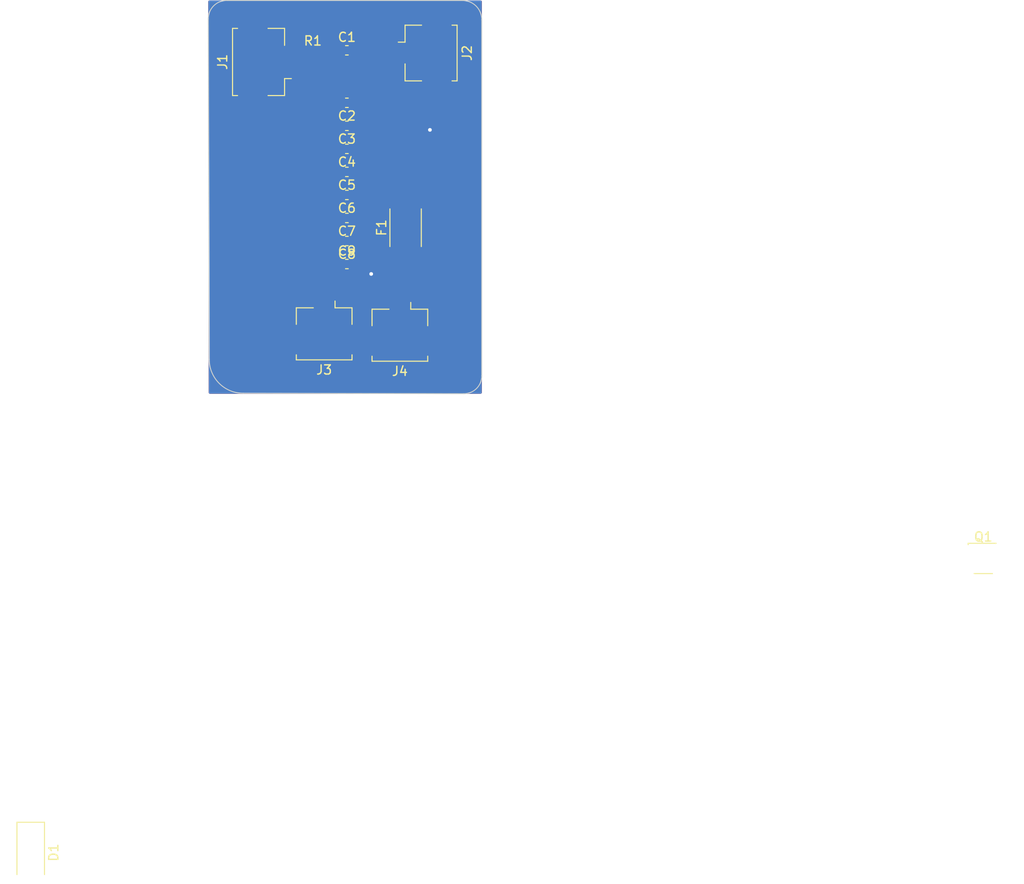
<source format=kicad_pcb>
(kicad_pcb (version 20241229) (generator "pcbnew") (generator_version "9.0")
  (title_block (title "Template") (date "2022-08-16") (rev "0.0") (company "Illini Solar Car") (comment 1 "Designed By: Your Name"))
  (layers (0 "F.Cu" signal) (2 "B.Cu" signal) (13 "F.Paste" user) (15 "B.Paste" user) (5 "F.SilkS" user "F.Silkscreen") (7 "B.SilkS" user "B.Silkscreen") (1 "F.Mask" user) (3 "B.Mask" user) (25 "Edge.Cuts" user))
  (net 0 "")
  (net 1 "GND")
  (net 2 "/HORN_CTRL")
  (net 3 "Net-(Q1B-D2)")
  (net 4 "+24V")
  (net 5 "/HORN_IN")
  (net 6 "Net-(C1-Pad1)")
  (net 7 "Net-(J2-Pin_1)")
  (net 8 "Net-(J3-Pin_1)")
  (footprint "Capacitor_SMD:C_0603_1608Metric_Pad1.08x0.95mm_HandSolder" (layer "F.Cu") (at 145.1 114.79 180)
    (property "Reference" "C6" (at 0 -1.43 0) (layer "F.SilkS"))
    (property "Value" "1uF")
    (fp_line (start -0.146267 0.51) (end 0.146267 0.51) (stroke (width 0.12)) (layer "F.SilkS"))
    (fp_line (start -0.146267 -0.51) (end 0.146267 -0.51) (stroke (width 0.12)) (layer "F.SilkS"))
    (pad "1" smd roundrect (at -0.8625 0 180) (size 1.075 0.95) (layers "F.Cu" "F.Mask" "F.Paste") (net 1 "GND"))
    (pad "2" smd roundrect (at 0.8625 0 180) (size 1.075 0.95) (layers "F.Cu" "F.Mask" "F.Paste") (net 4 "+24V"))
  )
  (footprint "Connector_Molex:Molex_CLIK-Mate_502382-0270_1x02-1MP_P1.25mm_Vertical" (layer "F.Cu") (at 142.625 129.15 180)
    (property "Reference" "J3" (at 0 -4.7 0) (layer "F.SilkS"))
    (property "Value" "Conn_01x02")
    (fp_line (start 3.035 2.06) (end 1.185 2.06) (stroke (width 0.12)) (layer "F.SilkS"))
    (fp_line (start 3.035 0.26) (end 3.035 2.06) (stroke (width 0.12)) (layer "F.SilkS"))
    (fp_line (start 3.035 -3.61) (end 3.035 -3.06) (stroke (width 0.12)) (layer "F.SilkS"))
    (fp_line (start -1.185 2.06) (end -1.185 2.8) (stroke (width 0.12)) (layer "F.SilkS"))
    (fp_line (start -3.035 2.06) (end -1.185 2.06) (stroke (width 0.12)) (layer "F.SilkS"))
    (fp_line (start -3.035 0.26) (end -3.035 2.06) (stroke (width 0.12)) (layer "F.SilkS"))
    (fp_line (start -3.035 -3.06) (end -3.035 -3.61) (stroke (width 0.12)) (layer "F.SilkS"))
    (fp_line (start -3.035 -3.61) (end 3.035 -3.61) (stroke (width 0.12)) (layer "F.SilkS"))
    (pad "1" smd roundrect (at -0.625 1.95 180) (size 0.6 1.7) (layers "F.Cu" "F.Mask" "F.Paste") (net 8 "Net-(J3-Pin_1)"))
    (pad "2" smd roundrect (at 0.625 1.95 180) (size 0.6 1.7) (layers "F.Cu" "F.Mask" "F.Paste") (net 4 "+24V"))
    (pad "MP" smd roundrect (at -2.475 -1.4 180) (size 1 2.8) (layers "F.Cu" "F.Mask" "F.Paste"))
    (pad "MP" smd roundrect (at 2.475 -1.4 180) (size 1 2.8) (layers "F.Cu" "F.Mask" "F.Paste"))
  )
  (footprint "Capacitor_SMD:C_0603_1608Metric_Pad1.08x0.95mm_HandSolder" (layer "F.Cu") (at 145.1 99.03)
    (property "Reference" "C1" (at 0 -1.43 0) (layer "F.SilkS"))
    (property "Value" ".1uF")
    (fp_line (start -0.146267 -0.51) (end 0.146267 -0.51) (stroke (width 0.12)) (layer "F.SilkS"))
    (fp_line (start -0.146267 0.51) (end 0.146267 0.51) (stroke (width 0.12)) (layer "F.SilkS"))
    (pad "1" smd roundrect (at -0.8625 0) (size 1.075 0.95) (layers "F.Cu" "F.Mask" "F.Paste") (net 6 "Net-(C1-Pad1)"))
    (pad "2" smd roundrect (at 0.8625 0) (size 1.075 0.95) (layers "F.Cu" "F.Mask" "F.Paste") (net 7 "Net-(J2-Pin_1)"))
  )
  (footprint "Fuse:Fuse_2512_6332Metric_Pad1.52x3.35mm_HandSolder" (layer "F.Cu") (at 151.5 118.3625 90)
    (property "Reference" "F1" (at 0 -2.62 90) (layer "F.SilkS"))
    (property "Value" "Fuse")
    (fp_line (start -2.052064 -1.71) (end 2.052064 -1.71) (stroke (width 0.12)) (layer "F.SilkS"))
    (fp_line (start -2.052064 1.71) (end 2.052064 1.71) (stroke (width 0.12)) (layer "F.SilkS"))
    (pad "1" smd roundrect (at -2.9875 0 90) (size 1.525 3.35) (layers "F.Cu" "F.Mask" "F.Paste") (roundrect_rratio 0.163934) (net 5 "/HORN_IN"))
    (pad "2" smd roundrect (at 2.9875 0 90) (size 1.525 3.35) (layers "F.Cu" "F.Mask" "F.Paste") (roundrect_rratio 0.163934) (net 3 "Net-(Q1B-D2)"))
  )
  (footprint "Resistor_SMD:R_0201_0603Metric_Pad0.64x0.40mm_HandSolder" (layer "F.Cu") (at 141.3925 99.05)
    (property "Reference" "R1" (at 0 -1.05 0) (layer "F.SilkS"))
    (property "Value" "1000")
    (pad "1" smd roundrect (at -0.4075 0) (size 0.635 0.4) (layers "F.Cu" "F.Mask") (net 1 "GND"))
    (pad "2" smd roundrect (at 0.4075 0) (size 0.635 0.4) (layers "F.Cu" "F.Mask") (net 6 "Net-(C1-Pad1)"))
  )
  (footprint "Capacitor_SMD:C_0603_1608Metric_Pad1.08x0.95mm_HandSolder" (layer "F.Cu") (at 145.1 119.81 180)
    (property "Reference" "C8" (at 0 -1.43 0) (layer "F.SilkS"))
    (property "Value" "1uF")
    (fp_line (start -0.146267 0.51) (end 0.146267 0.51) (stroke (width 0.12)) (layer "F.SilkS"))
    (fp_line (start -0.146267 -0.51) (end 0.146267 -0.51) (stroke (width 0.12)) (layer "F.SilkS"))
    (pad "1" smd roundrect (at -0.8625 0 180) (size 1.075 0.95) (layers "F.Cu" "F.Mask" "F.Paste") (net 1 "GND"))
    (pad "2" smd roundrect (at 0.8625 0 180) (size 1.075 0.95) (layers "F.Cu" "F.Mask" "F.Paste") (net 4 "+24V"))
  )
  (footprint "Connector_Molex:Molex_CLIK-Mate_502382-0370_1x03-1MP_P1.25mm_Vertical" (layer "F.Cu") (at 136.25 100.3 90)
    (property "Reference" "J1" (at 0 -4.7 90) (layer "F.SilkS"))
    (property "Value" "Conn_01x03")
    (fp_line (start 3.66 -3.61) (end 3.66 -3.06) (stroke (width 0.12)) (layer "F.SilkS"))
    (fp_line (start -3.66 -3.61) (end 3.66 -3.61) (stroke (width 0.12)) (layer "F.SilkS"))
    (fp_line (start -3.66 -3.06) (end -3.66 -3.61) (stroke (width 0.12)) (layer "F.SilkS"))
    (fp_line (start 3.66 0.26) (end 3.66 2.06) (stroke (width 0.12)) (layer "F.SilkS"))
    (fp_line (start -3.66 0.26) (end -3.66 2.06) (stroke (width 0.12)) (layer "F.SilkS"))
    (fp_line (start 3.66 2.06) (end 1.81 2.06) (stroke (width 0.12)) (layer "F.SilkS"))
    (fp_line (start -1.81 2.06) (end -1.81 2.8) (stroke (width 0.12)) (layer "F.SilkS"))
    (fp_line (start -3.66 2.06) (end -1.81 2.06) (stroke (width 0.12)) (layer "F.SilkS"))
    (pad "1" smd roundrect (at -1.25 1.95 90) (size 0.6 1.7) (layers "F.Cu" "F.Mask" "F.Paste") (net 1 "GND"))
    (pad "2" smd roundrect (at 0 1.95 90) (size 0.6 1.7) (layers "F.Cu" "F.Mask" "F.Paste") (net 4 "+24V"))
    (pad "3" smd roundrect (at 1.25 1.95 90) (size 0.6 1.7) (layers "F.Cu" "F.Mask" "F.Paste") (net 1 "GND"))
    (pad "MP" smd roundrect (at -3.1 -1.4 90) (size 1 2.8) (layers "F.Cu" "F.Mask" "F.Paste"))
    (pad "MP" smd roundrect (at 3.1 -1.4 90) (size 1 2.8) (layers "F.Cu" "F.Mask" "F.Paste"))
  )
  (footprint "Capacitor_SMD:C_0603_1608Metric_Pad1.08x0.95mm_HandSolder" (layer "F.Cu") (at 145.1 109.77 180)
    (property "Reference" "C4" (at 0 -1.43 0) (layer "F.SilkS"))
    (property "Value" "0.1uF")
    (fp_line (start -0.146267 0.51) (end 0.146267 0.51) (stroke (width 0.12)) (layer "F.SilkS"))
    (fp_line (start -0.146267 -0.51) (end 0.146267 -0.51) (stroke (width 0.12)) (layer "F.SilkS"))
    (pad "1" smd roundrect (at -0.8625 0 180) (size 1.075 0.95) (layers "F.Cu" "F.Mask" "F.Paste") (net 1 "GND"))
    (pad "2" smd roundrect (at 0.8625 0 180) (size 1.075 0.95) (layers "F.Cu" "F.Mask" "F.Paste") (net 4 "+24V"))
  )
  (footprint "Connector_Molex:Molex_CLIK-Mate_502382-0270_1x02-1MP_P1.25mm_Vertical" (layer "F.Cu") (at 150.875 129.3 180)
    (property "Reference" "J4" (at 0 -4.7 0) (layer "F.SilkS"))
    (property "Value" "Conn_01x02")
    (fp_line (start 3.035 2.06) (end 1.185 2.06) (stroke (width 0.12)) (layer "F.SilkS"))
    (fp_line (start 3.035 0.26) (end 3.035 2.06) (stroke (width 0.12)) (layer "F.SilkS"))
    (fp_line (start 3.035 -3.61) (end 3.035 -3.06) (stroke (width 0.12)) (layer "F.SilkS"))
    (fp_line (start -1.185 2.06) (end -1.185 2.8) (stroke (width 0.12)) (layer "F.SilkS"))
    (fp_line (start -3.035 2.06) (end -1.185 2.06) (stroke (width 0.12)) (layer "F.SilkS"))
    (fp_line (start -3.035 0.26) (end -3.035 2.06) (stroke (width 0.12)) (layer "F.SilkS"))
    (fp_line (start -3.035 -3.06) (end -3.035 -3.61) (stroke (width 0.12)) (layer "F.SilkS"))
    (fp_line (start -3.035 -3.61) (end 3.035 -3.61) (stroke (width 0.12)) (layer "F.SilkS"))
    (pad "1" smd roundrect (at -0.625 1.95 180) (size 0.6 1.7) (layers "F.Cu" "F.Mask" "F.Paste") (net 5 "/HORN_IN"))
    (pad "2" smd roundrect (at 0.625 1.95 180) (size 0.6 1.7) (layers "F.Cu" "F.Mask" "F.Paste") (net 8 "Net-(J3-Pin_1)"))
    (pad "MP" smd roundrect (at -2.475 -1.4 180) (size 1 2.8) (layers "F.Cu" "F.Mask" "F.Paste"))
    (pad "MP" smd roundrect (at 2.475 -1.4 180) (size 1 2.8) (layers "F.Cu" "F.Mask" "F.Paste"))
  )
  (footprint "Package_SON:Fairchild_DualPower33-6_3x3mm" (layer "F.Cu") (at 214.45 154.4)
    (property "Reference" "Q1" (at 0 -2.35 0) (layer "F.SilkS"))
    (property "Value" "FDMC8032L")
    (fp_line (start -1.65 -1.65) (end -1.65 -1.5) (stroke (width 0.12)) (layer "F.SilkS"))
    (fp_line (start -1 1.65) (end 1 1.65) (stroke (width 0.12)) (layer "F.SilkS"))
    (fp_line (start 1.4 -1.65) (end -1.65 -1.65) (stroke (width 0.12)) (layer "F.SilkS"))
    (pad "1" smd roundrect (at -64.14 -47.975) (size 0.52 0.45) (layers "F.Cu" "F.Mask"))
    (pad "2" smd roundrect (at -64.14 -46.675) (size 0.52 1.75) (layers "F.Cu" "F.Mask"))
    (pad "3" smd roundrect (at -61.36 -46.675) (size 0.52 1.75) (layers "F.Cu" "F.Mask") (net 1 "GND"))
    (pad "4" smd roundrect (at -61.36 -47.975) (size 0.52 0.45) (layers "F.Cu" "F.Mask") (net 2 "/HORN_CTRL"))
    (pad "5" smd roundrect (at -63.3 -47) (size 0.75 2.52) (layers "F.Cu" "F.Mask"))
    (pad "6" smd roundrect (at -62.2 -47) (size 0.75 2.52) (layers "F.Cu" "F.Mask") (net 3 "Net-(Q1B-D2)"))
  )
  (footprint "Diode_SMD:D_MELF" (layer "F.Cu") (at 110.65 186.45 -90)
    (property "Reference" "D1" (at 0 -2.5 90) (layer "F.SilkS"))
    (property "Value" "SM4003")
    (fp_line (start -3.3 1.5) (end 2.4 1.5) (stroke (width 0.12)) (layer "F.SilkS"))
    (fp_line (start -3.3 -1.5) (end -3.3 1.5) (stroke (width 0.12)) (layer "F.SilkS"))
    (fp_line (start 2.4 -1.5) (end -3.3 -1.5) (stroke (width 0.12)) (layer "F.SilkS"))
    (pad "1" smd rect (at -65.15 -47 270) (size 1.5 2.7) (layers "F.Cu" "F.Mask" "F.Paste") (net 5 "/HORN_IN"))
    (pad "2" smd rect (at -60.35 -47 270) (size 1.5 2.7) (layers "F.Cu" "F.Mask" "F.Paste") (net 4 "+24V"))
  )
  (footprint "Capacitor_SMD:C_0603_1608Metric_Pad1.08x0.95mm_HandSolder" (layer "F.Cu") (at 145.1 122.32)
    (property "Reference" "C9" (at 0 -1.43 0) (layer "F.SilkS"))
    (property "Value" "100uF")
    (fp_line (start -0.146267 -0.51) (end 0.146267 -0.51) (stroke (width 0.12)) (layer "F.SilkS"))
    (fp_line (start -0.146267 0.51) (end 0.146267 0.51) (stroke (width 0.12)) (layer "F.SilkS"))
    (pad "1" smd roundrect (at -0.8625 0) (size 1.075 0.95) (layers "F.Cu" "F.Mask" "F.Paste") (net 4 "+24V"))
    (pad "2" smd roundrect (at 0.8625 0) (size 1.075 0.95) (layers "F.Cu" "F.Mask" "F.Paste") (net 1 "GND"))
  )
  (footprint "Connector_Molex:Molex_CLIK-Mate_502382-0270_1x02-1MP_P1.25mm_Vertical" (layer "F.Cu") (at 153.5 99.325 -90)
    (property "Reference" "J2" (at 0 -4.7 90) (layer "F.SilkS"))
    (property "Value" "Conn_01x02")
    (fp_line (start -3.035 2.06) (end -1.185 2.06) (stroke (width 0.12)) (layer "F.SilkS"))
    (fp_line (start -1.185 2.06) (end -1.185 2.8) (stroke (width 0.12)) (layer "F.SilkS"))
    (fp_line (start 3.035 2.06) (end 1.185 2.06) (stroke (width 0.12)) (layer "F.SilkS"))
    (fp_line (start -3.035 0.26) (end -3.035 2.06) (stroke (width 0.12)) (layer "F.SilkS"))
    (fp_line (start 3.035 0.26) (end 3.035 2.06) (stroke (width 0.12)) (layer "F.SilkS"))
    (fp_line (start -3.035 -3.06) (end -3.035 -3.61) (stroke (width 0.12)) (layer "F.SilkS"))
    (fp_line (start -3.035 -3.61) (end 3.035 -3.61) (stroke (width 0.12)) (layer "F.SilkS"))
    (fp_line (start 3.035 -3.61) (end 3.035 -3.06) (stroke (width 0.12)) (layer "F.SilkS"))
    (pad "1" smd roundrect (at -0.625 1.95 270) (size 0.6 1.7) (layers "F.Cu" "F.Mask" "F.Paste") (net 7 "Net-(J2-Pin_1)"))
    (pad "2" smd roundrect (at 0.625 1.95 270) (size 0.6 1.7) (layers "F.Cu" "F.Mask" "F.Paste") (net 2 "/HORN_CTRL"))
    (pad "MP" smd roundrect (at -2.475 -1.4 270) (size 1 2.8) (layers "F.Cu" "F.Mask" "F.Paste"))
    (pad "MP" smd roundrect (at 2.475 -1.4 270) (size 1 2.8) (layers "F.Cu" "F.Mask" "F.Paste"))
  )
  (footprint "Capacitor_SMD:C_0603_1608Metric_Pad1.08x0.95mm_HandSolder" (layer "F.Cu") (at 145.1 107.26 180)
    (property "Reference" "C3" (at 0 -1.43 0) (layer "F.SilkS"))
    (property "Value" "0.1uF")
    (fp_line (start -0.146267 0.51) (end 0.146267 0.51) (stroke (width 0.12)) (layer "F.SilkS"))
    (fp_line (start -0.146267 -0.51) (end 0.146267 -0.51) (stroke (width 0.12)) (layer "F.SilkS"))
    (pad "1" smd roundrect (at -0.8625 0 180) (size 1.075 0.95) (layers "F.Cu" "F.Mask" "F.Paste") (net 1 "GND"))
    (pad "2" smd roundrect (at 0.8625 0 180) (size 1.075 0.95) (layers "F.Cu" "F.Mask" "F.Paste") (net 4 "+24V"))
  )
  (footprint "Capacitor_SMD:C_0603_1608Metric_Pad1.08x0.95mm_HandSolder" (layer "F.Cu") (at 145.1 104.75 180)
    (property "Reference" "C2" (at 0 -1.43 0) (layer "F.SilkS"))
    (property "Value" "0.1uF")
    (fp_line (start -0.146267 0.51) (end 0.146267 0.51) (stroke (width 0.12)) (layer "F.SilkS"))
    (fp_line (start -0.146267 -0.51) (end 0.146267 -0.51) (stroke (width 0.12)) (layer "F.SilkS"))
    (pad "1" smd roundrect (at -0.8625 0 180) (size 1.075 0.95) (layers "F.Cu" "F.Mask" "F.Paste") (net 1 "GND"))
    (pad "2" smd roundrect (at 0.8625 0 180) (size 1.075 0.95) (layers "F.Cu" "F.Mask" "F.Paste") (net 4 "+24V"))
  )
  (footprint "Capacitor_SMD:C_0603_1608Metric_Pad1.08x0.95mm_HandSolder" (layer "F.Cu") (at 145.1 117.3 180)
    (property "Reference" "C7" (at 0 -1.43 0) (layer "F.SilkS"))
    (property "Value" "10uF")
    (fp_line (start -0.146267 0.51) (end 0.146267 0.51) (stroke (width 0.12)) (layer "F.SilkS"))
    (fp_line (start -0.146267 -0.51) (end 0.146267 -0.51) (stroke (width 0.12)) (layer "F.SilkS"))
    (pad "1" smd roundrect (at -0.8625 0 180) (size 1.075 0.95) (layers "F.Cu" "F.Mask" "F.Paste") (net 1 "GND"))
    (pad "2" smd roundrect (at 0.8625 0 180) (size 1.075 0.95) (layers "F.Cu" "F.Mask" "F.Paste") (net 4 "+24V"))
  )
  (footprint "Capacitor_SMD:C_0603_1608Metric_Pad1.08x0.95mm_HandSolder" (layer "F.Cu") (at 145.1 112.28 180)
    (property "Reference" "C5" (at 0 -1.43 0) (layer "F.SilkS"))
    (property "Value" "1uF")
    (fp_line (start -0.146267 0.51) (end 0.146267 0.51) (stroke (width 0.12)) (layer "F.SilkS"))
    (fp_line (start -0.146267 -0.51) (end 0.146267 -0.51) (stroke (width 0.12)) (layer "F.SilkS"))
    (pad "1" smd roundrect (at -0.8625 0 180) (size 1.075 0.95) (layers "F.Cu" "F.Mask" "F.Paste") (net 1 "GND"))
    (pad "2" smd roundrect (at 0.8625 0 180) (size 1.075 0.95) (layers "F.Cu" "F.Mask" "F.Paste") (net 4 "+24V"))
  )
  (gr_line (start 159.8 95.7) (end 159.8 134.5) (stroke (width 0.1)) (layer "Edge.Cuts"))
  (gr_line (start 157.85 136.45) (end 133.8 136.4) (stroke (width 0.1)) (layer "Edge.Cuts"))
  (gr_line (start 130.1 132.7) (end 129.997502 95.6) (stroke (width 0.1)) (layer "Edge.Cuts"))
  (gr_line (start 132.1 93.600001) (end 157.7 93.6) (stroke (width 0.1)) (layer "Edge.Cuts"))
  (gr_arc (start 133.8 136.4) (mid 131.183705 135.316295) (end 130.1 132.7) (stroke (width 0.1)) (layer "Edge.Cuts"))
  (gr_arc (start 159.8 134.5) (mid 159.228858 135.878858) (end 157.85 136.45) (stroke (width 0.1)) (layer "Edge.Cuts"))
  (gr_arc (start 157.7 93.6) (mid 159.184924 94.215076) (end 159.8 95.7) (stroke (width 0.1)) (layer "Edge.Cuts"))
  (gr_arc (start 129.997502 95.6) (mid 130.619828 94.149095) (end 132.1 93.6) (stroke (width 0.1)) (layer "Edge.Cuts"))
  (segment (start 147.75 121.85) (end 147.725 121.875) (width 0.25) (layer "F.Cu") (net 1))
  (segment (start 145.9625 104.75) (end 147.2 104.75) (width 0.25) (layer "F.Cu") (net 1))
  (segment (start 147.75 121.85) (end 147.25 122.35) (width 0.25) (layer "F.Cu") (net 1))
  (segment (start 147.75 111.9) (end 147.75 114.3) (width 0.25) (layer "F.Cu") (net 1))
  (segment (start 147.75 106.8) (end 147.29 107.26) (width 0.25) (layer "F.Cu") (net 1))
  (segment (start 147.29 107.26) (end 145.9625 107.26) (width 0.25) (layer "F.Cu") (net 1))
  (segment (start 154.125 107.725) (end 154.15 107.7) (width 0.25) (layer "F.Cu") (net 1))
  (segment (start 147.725 121.875) (end 147.725 123.375) (width 0.25) (layer "F.Cu") (net 1))
  (segment (start 147.75 116.95) (end 147.4 117.3) (width 0.25) (layer "F.Cu") (net 1))
  (segment (start 147.2 104.75) (end 147.75 105.3) (width 0.25) (layer "F.Cu") (net 1))
  (segment (start 147.75 105.3) (end 147.75 106.8) (width 0.25) (layer "F.Cu") (net 1))
  (segment (start 147.4 117.3) (end 145.9625 117.3) (width 0.25) (layer "F.Cu") (net 1))
  (segment (start 147.75 111.9) (end 147.37 112.28) (width 0.25) (layer "F.Cu") (net 1))
  (segment (start 147.75 119.55) (end 147.75 121.85) (width 0.25) (layer "F.Cu") (net 1))
  (segment (start 153.09 107.725) (end 154.125 107.725) (width 0.25) (layer "F.Cu") (net 1))
  (segment (start 147.75 109.35) (end 147.33 109.77) (width 0.25) (layer "F.Cu") (net 1))
  (segment (start 147.25 122.35) (end 147.22 122.32) (width 0.25) (layer "F.Cu") (net 1))
  (segment (start 147.75 114.3) (end 147.26 114.79) (width 0.25) (layer "F.Cu") (net 1))
  (segment (start 147.37 112.28) (end 145.9625 112.28) (width 0.25) (layer "F.Cu") (net 1))
  (segment (start 147.75 106.8) (end 147.75 109.35) (width 0.25) (layer "F.Cu") (net 1))
  (segment (start 147.26 114.79) (end 145.9625 114.79) (width 0.25) (layer "F.Cu") (net 1))
  (segment (start 147.75 114.3) (end 147.75 116.95) (width 0.25) (layer "F.Cu") (net 1))
  (segment (start 147.75 119.55) (end 147.49 119.81) (width 0.25) (layer "F.Cu") (net 1))
  (segment (start 147.75 109.35) (end 147.75 111.9) (width 0.25) (layer "F.Cu") (net 1))
  (segment (start 147.49 119.81) (end 145.9625 119.81) (width 0.25) (layer "F.Cu") (net 1))
  (segment (start 147.75 116.95) (end 147.75 119.55) (width 0.25) (layer "F.Cu") (net 1))
  (segment (start 147.22 122.32) (end 145.9625 122.32) (width 0.25) (layer "F.Cu") (net 1))
  (segment (start 147.33 109.77) (end 145.9625 109.77) (width 0.25) (layer "F.Cu") (net 1))
  (segment (start 147.725 123.375) (end 147.75 123.4) (width 0.25) (layer "F.Cu") (net 1))
  (segment (start 140.985 99.05) (end 138.2 99.05) (width 0.25) (layer "F.Cu") (net 1))
  (via (at 154.15 107.7) (size 0.8) (drill 0.4) (layers "F.Cu" "B.Cu") (net 1))
  (via (at 147.75 123.4) (size 0.8) (drill 0.4) (layers "F.Cu" "B.Cu") (net 1))
  (segment (start 153.09 106.425) (end 153.09 105.54) (width 0.25) (layer "F.Cu") (net 2))
  (segment (start 149.15 100.65) (end 149.85 99.95) (width 0.25) (layer "F.Cu") (net 2))
  (segment (start 153.09 105.54) (end 152.7 105.15) (width 0.25) (layer "F.Cu") (net 2))
  (segment (start 152.7 105.15) (end 149.7 105.15) (width 0.25) (layer "F.Cu") (net 2))
  (segment (start 149.85 99.95) (end 151.55 99.95) (width 0.25) (layer "F.Cu") (net 2))
  (segment (start 149.15 104.6) (end 149.15 100.65) (width 0.25) (layer "F.Cu") (net 2))
  (segment (start 149.7 105.15) (end 149.15 104.6) (width 0.25) (layer "F.Cu") (net 2))
  (segment (start 152.25 113.3) (end 152.25 107.4) (width 0.25) (layer "F.Cu") (net 3))
  (segment (start 151.5 115.375) (end 151.5 114.05) (width 0.25) (layer "F.Cu") (net 3))
  (segment (start 151.5 114.05) (end 152.25 113.3) (width 0.25) (layer "F.Cu") (net 3))
  (segment (start 142 111.5) (end 142.78 112.28) (width 0.25) (layer "F.Cu") (net 4))
  (segment (start 142 127.2) (end 142 122.05) (width 0.25) (layer "F.Cu") (net 4))
  (segment (start 137.7 126.3) (end 141.95 122.05) (width 0.25) (layer "F.Cu") (net 4))
  (segment (start 141.7 100.3) (end 138.2 100.3) (width 0.25) (layer "F.Cu") (net 4))
  (segment (start 142.82 122.32) (end 144.2375 122.32) (width 0.25) (layer "F.Cu") (net 4))
  (segment (start 142 106.5) (end 142 109.25) (width 0.25) (layer "F.Cu") (net 4))
  (segment (start 142.55 117.3) (end 144.2375 117.3) (width 0.25) (layer "F.Cu") (net 4))
  (segment (start 142 121.5) (end 142.82 122.32) (width 0.25) (layer "F.Cu") (net 4))
  (segment (start 138.4 135.55) (end 137.7 134.85) (width 0.25) (layer "F.Cu") (net 4))
  (segment (start 157.65 135.05) (end 157.15 135.55) (width 0.25) (layer "F.Cu") (net 4))
  (segment (start 142 109.25) (end 142 111.5) (width 0.25) (layer "F.Cu") (net 4))
  (segment (start 142.52 109.77) (end 144.2375 109.77) (width 0.25) (layer "F.Cu") (net 4))
  (segment (start 142 100.6) (end 141.7 100.3) (width 0.25) (layer "F.Cu") (net 4))
  (segment (start 142.79 114.79) (end 144.2375 114.79) (width 0.25) (layer "F.Cu") (net 4))
  (segment (start 142.78 112.28) (end 144.2375 112.28) (width 0.25) (layer "F.Cu") (net 4))
  (segment (start 141.95 122.05) (end 142 122.05) (width 0.25) (layer "F.Cu") (net 4))
  (segment (start 142 114) (end 142 116.75) (width 0.25) (layer "F.Cu") (net 4))
  (segment (start 142 114) (end 142.79 114.79) (width 0.25) (layer "F.Cu") (net 4))
  (segment (start 142 116.75) (end 142 119) (width 0.25) (layer "F.Cu") (net 4))
  (segment (start 157.15 135.55) (end 138.4 135.55) (width 0.25) (layer "F.Cu") (net 4))
  (segment (start 142 109.25) (end 142.52 109.77) (width 0.25) (layer "F.Cu") (net 4))
  (segment (start 142 119) (end 142 121.5) (width 0.25) (layer "F.Cu") (net 4))
  (segment (start 157.65 126.1) (end 157.65 135.05) (width 0.25) (layer "F.Cu") (net 4))
  (segment (start 137.7 134.85) (end 137.7 126.3) (width 0.25) (layer "F.Cu") (net 4))
  (segment (start 142 106.5) (end 142.76 107.26) (width 0.25) (layer "F.Cu") (net 4))
  (segment (start 142 111.5) (end 142 114) (width 0.25) (layer "F.Cu") (net 4))
  (segment (start 142.75 104.75) (end 144.2375 104.75) (width 0.25) (layer "F.Cu") (net 4))
  (segment (start 142 119) (end 142.81 119.81) (width 0.25) (layer "F.Cu") (net 4))
  (segment (start 142 122.05) (end 142 121.5) (width 0.25) (layer "F.Cu") (net 4))
  (segment (start 142.76 107.26) (end 144.2375 107.26) (width 0.25) (layer "F.Cu") (net 4))
  (segment (start 142 104) (end 142.75 104.75) (width 0.25) (layer "F.Cu") (net 4))
  (segment (start 142.81 119.81) (end 144.2375 119.81) (width 0.25) (layer "F.Cu") (net 4))
  (segment (start 142 104) (end 142 100.6) (width 0.25) (layer "F.Cu") (net 4))
  (segment (start 142 116.75) (end 142.55 117.3) (width 0.25) (layer "F.Cu") (net 4))
  (segment (start 142 104) (end 142 106.5) (width 0.25) (layer "F.Cu") (net 4))
  (segment (start 157.65 121.3) (end 151.55 121.3) (width 0.25) (layer "F.Cu") (net 5))
  (segment (start 151.5 127.35) (end 151.5 121.35) (width 0.25) (layer "F.Cu") (net 5))
  (segment (start 151.55 121.3) (end 151.5 121.35) (width 0.25) (layer "F.Cu") (net 5))
  (segment (start 141.8 99.05) (end 144.2175 99.05) (width 0.25) (layer "F.Cu") (net 6))
  (segment (start 144.2175 99.05) (end 144.2375 99.03) (width 0.25) (layer "F.Cu") (net 6))
  (segment (start 145.9625 99.03) (end 147.37 99.03) (width 0.25) (layer "F.Cu") (net 7))
  (segment (start 147.7 98.7) (end 151.55 98.7) (width 0.25) (layer "F.Cu") (net 7))
  (segment (start 147.37 99.03) (end 147.7 98.7) (width 0.25) (layer "F.Cu") (net 7))
  (segment (start 150.25 127.35) (end 150.25 125.45) (width 0.25) (layer "F.Cu") (net 8))
  (segment (start 144.2 124.4) (end 149.2 124.4) (width 0.25) (layer "F.Cu") (net 8))
  (segment (start 143.25 125.35) (end 144.2 124.4) (width 0.25) (layer "F.Cu") (net 8))
  (segment (start 150.25 125.45) (end 149.2 124.4) (width 0.25) (layer "F.Cu") (net 8))
  (segment (start 143.25 127.2) (end 143.25 125.35) (width 0.25) (layer "F.Cu") (net 8))
  (zone (net 4) (net_name "+24V") (layer "F.Cu") (connect_pads (clearance 0.508)) (min_thickness 0.25) (fill yes (thermal_gap 0.5) (thermal_bridge_width 0.5))
    (polygon (pts (xy 159.8 136.45) (xy 159.8 93.6) (xy 130 93.6) (xy 130.05 136.45)))
  )
  (zone (net 1) (net_name "GND") (layer "B.Cu") (priority 1) (connect_pads (clearance 0.508)) (min_thickness 0.25) (fill yes (thermal_gap 0.5) (thermal_bridge_width 0.5))
    (polygon (pts (xy 159.8 136.45) (xy 159.8 93.6) (xy 130 93.6) (xy 130.05 136.45)))
  )
)
</source>
